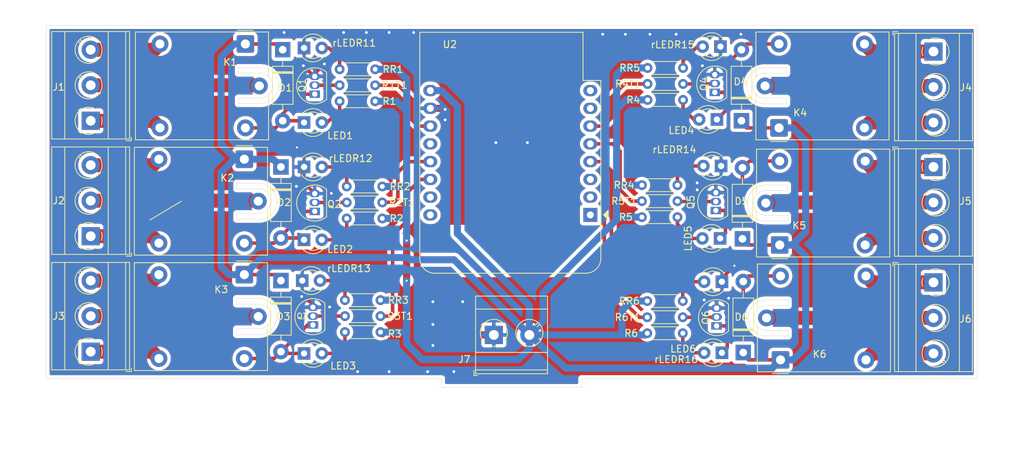
<source format=kicad_pcb>
(kicad_pcb (version 20240108) (generator "pcbnew") (generator_version "8.0")
  (layers (0 "F.Cu" signal) (31 "B.Cu" signal) (34 "B.Paste" user) (35 "F.Paste" user) (36 "B.SilkS" user "B.Silkscreen") (37 "F.SilkS" user "F.Silkscreen") (38 "B.Mask" user) (39 "F.Mask" user) (44 "Edge.Cuts" user))
  (net 0 "")
  (net 1 "+5V")
  (net 2 "Net-(D1-A)")
  (net 3 "Net-(D2-A)")
  (net 4 "Net-(D3-A)")
  (net 5 "Net-(D4-A)")
  (net 6 "Net-(D5-A)")
  (net 7 "Net-(D6-A)")
  (net 8 "Net-(J1-Pin_3)")
  (net 9 "Net-(J1-Pin_1)")
  (net 10 "Net-(J1-Pin_2)")
  (net 11 "Net-(J2-Pin_1)")
  (net 12 "Net-(J2-Pin_2)")
  (net 13 "Net-(J2-Pin_3)")
  (net 14 "Net-(J3-Pin_1)")
  (net 15 "Net-(J3-Pin_2)")
  (net 16 "Net-(J3-Pin_3)")
  (net 17 "Net-(J4-Pin_1)")
  (net 18 "Net-(J4-Pin_3)")
  (net 19 "Net-(J4-Pin_2)")
  (net 20 "Net-(J5-Pin_3)")
  (net 21 "Net-(J5-Pin_2)")
  (net 22 "Net-(J5-Pin_1)")
  (net 23 "Net-(J6-Pin_1)")
  (net 24 "Net-(J6-Pin_3)")
  (net 25 "Net-(J6-Pin_2)")
  (net 26 "Net-(Q1-B)")
  (net 27 "GND")
  (net 28 "Net-(Q2-B)")
  (net 29 "Net-(Q3-B)")
  (net 30 "Net-(Q4-B)")
  (net 31 "Net-(Q5-B)")
  (net 32 "Net-(Q6-B)")
  (net 33 "/Relay1")
  (net 34 "Net-(LED1-A)")
  (net 35 "Net-(LED2-A)")
  (net 36 "Net-(LED3-A)")
  (net 37 "Net-(LED4-A)")
  (net 38 "/Relay2")
  (net 39 "Net-(LED5-A)")
  (net 40 "Net-(LED6-A)")
  (net 41 "/Relay3")
  (net 42 "Net-(rLEDR11-A)")
  (net 43 "Net-(rLEDR12-A)")
  (net 44 "/Relay4")
  (net 45 "Net-(rLEDR13-A)")
  (net 46 "/Relay5")
  (net 47 "Net-(rLEDR15-A)")
  (net 48 "Net-(rLEDR16-A)")
  (net 49 "/Relay6")
  (net 58 "Net-(rLEDR14-A)")
  (footprint "LED_THT:LED_D3.0mm_Clear" (layer "F.Cu") (at 101.341 56.642)
    (property "Reference" "LED2")
    (property "Value" "LED")
  )
  (footprint "Package_TO_SOT_THT:TO-92L_Inline" (layer "F.Cu") (at 102.87 35.814 90)
    (property "Reference" "Q1")
    (property "Value" "BC337")
  )
  (footprint "Package_TO_SOT_THT:TO-92L_Inline" (layer "F.Cu") (at 160.02 35.56 90)
    (property "Reference" "Q4")
    (property "Value" "BC337")
  )
  (footprint "Relay_THT:Relay_SPDT_Finder_36.11" (layer "F.Cu") (at 92.814 45.1215 -90)
    (property "Reference" "K2")
    (property "Value" "Relay_SPDT")
  )
  (footprint "LED_THT:LED_D3.0mm_Clear" (layer "F.Cu") (at 161.036 72.802 180)
    (property "Reference" "LED6")
    (property "Value" "LED")
  )
  (footprint "Resistor_THT:R_Axial_DIN0204_L3.6mm_D1.6mm_P5.08mm_Horizontal" (layer "F.Cu") (at 107.442 49.022)
    (property "Reference" "RR2")
    (property "Value" "R")
  )
  (footprint "TerminalBlock_MetzConnect:TerminalBlock_MetzConnect_Type073_RT02603HBLU_1x03_P5.08mm_Horizontal" (layer "F.Cu") (at 191.262 29.718 -90)
    (property "Reference" "J4")
    (property "Value" "Screw_Terminal_01x03")
  )
  (footprint "Resistor_THT:R_Axial_DIN0204_L3.6mm_D1.6mm_P5.08mm_Horizontal" (layer "F.Cu") (at 149.606 51.116)
    (property "Reference" "R5T1")
    (property "Value" "R")
  )
  (footprint "Package_TO_SOT_THT:TO-92L_Inline" (layer "F.Cu") (at 160.274 68.956 90)
    (property "Reference" "Q6")
    (property "Value" "BC337")
  )
  (footprint "Diode_THT:D_DO-41_SOD81_P10.16mm_Horizontal" (layer "F.Cu") (at 98.044 46.228 -90)
    (property "Reference" "D2")
    (property "Value" "1N4007")
  )
  (footprint "Resistor_THT:R_Axial_DIN0204_L3.6mm_D1.6mm_P5.08mm_Horizontal" (layer "F.Cu") (at 154.686 48.83 180)
    (property "Reference" "RR4")
    (property "Value" "R")
  )
  (footprint "Relay_THT:Relay_SPDT_Finder_36.11" (layer "F.Cu") (at 169.298 57.388 90)
    (property "Reference" "K5")
    (property "Value" "Relay_SPDT")
  )
  (footprint "TerminalBlock_MetzConnect:TerminalBlock_MetzConnect_Type073_RT02603HBLU_1x03_P5.08mm_Horizontal" (layer "F.Cu") (at 70.8655 72.644 90)
    (property "Reference" "J3")
    (property "Value" "Screw_Terminal_01x03")
  )
  (footprint "Module:WEMOS_D1_mini_light" (layer "F.Cu") (at 142.24 53.086 180)
    (property "Reference" "U2")
    (property "Value" "WeMos_D1_mini")
  )
  (footprint "Diode_THT:D_DO-41_SOD81_P10.16mm_Horizontal" (layer "F.Cu") (at 164.084 72.766 90)
    (property "Reference" "D6")
    (property "Value" "1N4007")
  )
  (footprint "LED_THT:LED_D3.0mm_Clear" (layer "F.Cu") (at 160.787 56.45 180)
    (property "Reference" "LED5")
    (property "Value" "LED")
  )
  (footprint "Resistor_THT:R_Axial_DIN0204_L3.6mm_D1.6mm_P5.08mm_Horizontal" (layer "F.Cu") (at 111.506 34.544 180)
    (property "Reference" "R1T1")
    (property "Value" "R")
  )
  (footprint "LED_THT:LED_D3.0mm_Clear" (layer "F.Cu") (at 101.3455 72.893)
    (property "Reference" "LED3")
    (property "Value" "LED")
  )
  (footprint "Resistor_THT:R_Axial_DIN0204_L3.6mm_D1.6mm_P5.08mm_Horizontal" (layer "F.Cu") (at 112.2675 67.559 180)
    (property "Reference" "R3T1")
    (property "Value" "R")
  )
  (footprint "LED_THT:LED_D3.0mm_Clear" (layer "F.Cu") (at 101.0915 62.479)
    (property "Reference" "rLEDR13")
    (property "Value" "LED")
  )
  (footprint "TerminalBlock_MetzConnect:TerminalBlock_MetzConnect_Type073_RT02603HBLU_1x03_P5.08mm_Horizontal" (layer "F.Cu") (at 191.262 46.228 -90)
    (property "Reference" "J5")
    (property "Value" "Screw_Terminal_01x03")
  )
  (footprint "Resistor_THT:R_Axial_DIN0204_L3.6mm_D1.6mm_P5.08mm_Horizontal" (layer "F.Cu") (at 155.49 32.068 180)
    (property "Reference" "RR5")
    (property "Value" "R")
  )
  (footprint "Diode_THT:D_DO-41_SOD81_P10.16mm_Horizontal" (layer "F.Cu") (at 163.972 56.506 90)
    (property "Reference" "D5")
    (property "Value" "1N4007")
  )
  (footprint "LED_THT:LED_D3.0mm_Clear" (layer "F.Cu") (at 160.824 29.02 180)
    (property "Reference" "rLEDR15")
    (property "Value" "LED")
  )
  (footprint "LED_THT:LED_D3.0mm_Clear" (layer "F.Cu") (at 101.346 39.878)
    (property "Reference" "LED1")
    (property "Value" "LED")
  )
  (footprint "Resistor_THT:R_Axial_DIN0204_L3.6mm_D1.6mm_P5.08mm_Horizontal" (layer "F.Cu") (at 106.426 32.258)
    (property "Reference" "RR1")
    (property "Value" "R")
  )
  (footprint "TerminalBlock_MetzConnect:TerminalBlock_MetzConnect_Type073_RT02603HBLU_1x03_P5.08mm_Horizontal" (layer "F.Cu") (at 191.262 62.738 -90)
    (property "Reference" "J6")
    (property "Value" "Screw_Terminal_01x03")
  )
  (footprint "LED_THT:LED_D3.0mm_Clear" (layer "F.Cu") (at 101.346 46.228)
    (property "Reference" "rLEDR12")
    (property "Value" "LED")
  )
  (footprint "Relay_THT:Relay_SPDT_Finder_36.11" (layer "F.Cu") (at 92.964 28.64 -90)
    (property "Reference" "K1")
    (property "Value" "Relay_SPDT")
  )
  (footprint "TerminalBlock_MetzConnect:TerminalBlock_MetzConnect_Type073_RT02602HBLU_1x02_P5.08mm_Horizontal" (layer "F.Cu") (at 128.455 70.25)
    (property "Reference" "J7")
    (property "Value" "Screw_Terminal_01x02")
  )
  (footprint "Relay_THT:Relay_SPDT_Finder_36.11" (layer "F.Cu") (at 169.198 40.642 90)
    (property "Reference" "K4")
    (property "Value" "Relay_SPDT")
  )
  (footprint "Resistor_THT:R_Axial_DIN0204_L3.6mm_D1.6mm_P5.08mm_Horizontal" (layer "F.Cu") (at 155.49 36.64 180)
    (property "Reference" "R4")
    (property "Value" "R")
  )
  (footprint "Resistor_THT:R_Axial_DIN0204_L3.6mm_D1.6mm_P5.08mm_Horizontal" (layer "F.Cu") (at 106.426 36.83)
    (property "Reference" "R1")
    (property "Value" "R")
  )
  (footprint "Diode_THT:D_DO-41_SOD81_P10.16mm_Horizontal" (layer "F.Cu") (at 98.298 29.464 -90)
    (property "Reference" "D1")
    (property "Value" "1N4007")
  )
  (footprint "Package_TO_SOT_THT:TO-92L_Inline" (layer "F.Cu") (at 102.6155 68.829 90)
    (property "Reference" "Q3")
    (property "Value" "BC337")
  )
  (footprint "TerminalBlock_MetzConnect:TerminalBlock_MetzConnect_Type073_RT02603HBLU_1x03_P5.08mm_Horizontal" (layer "F.Cu") (at 70.866 39.629 90)
    (property "Reference" "J1")
    (property "Value" "Screw_Terminal_01x03")
  )
  (footprint "Diode_THT:D_DO-41_SOD81_P10.16mm_Horizontal" (layer "F.Cu") (at 163.83 39.624 90)
    (property "Reference" "D4")
    (property "Value" "1N4007")
  )
  (footprint "Resistor_THT:R_Axial_DIN0204_L3.6mm_D1.6mm_P5.08mm_Horizontal" (layer "F.Cu") (at 154.686 53.402 180)
    (property "Reference" "R5")
    (property "Value" "R")
  )
  (footprint "Relay_THT:Relay_SPDT_Finder_36.11" (layer "F.Cu") (at 92.8135 61.6265 -90)
    (property "Reference" "K3")
    (property "Value" "Relay_SPDT")
  )
  (footprint "Resistor_THT:R_Axial_DIN0204_L3.6mm_D1.6mm_P5.08mm_Horizontal" (layer "F.Cu") (at 155.448 70.008 180)
    (property "Reference" "R6")
    (property "Value" "R")
  )
  (footprint "LED_THT:LED_D3.0mm_Clear" (layer "F.Cu") (at 101.346 29.21)
    (property "Reference" "rLEDR11")
    (property "Value" "LED")
  )
  (footprint "Resistor_THT:R_Axial_DIN0204_L3.6mm_D1.6mm_P5.08mm_Horizontal" (layer "F.Cu") (at 107.1875 65.273)
    (property "Reference" "RR3")
    (property "Value" "R")
  )
  (footprint "LED_THT:LED_D3.0mm_Clear" (layer "F.Cu") (at 160.924 46.092 180)
    (property "Reference" "rLEDR14")
    (property "Value" "LED")
  )
  (footprint "Relay_THT:Relay_SPDT_Finder_36.11" (layer "F.Cu") (at 169.41 73.818 90)
    (property "Reference" "K6")
    (property "Value" "Relay_SPDT")
  )
  (footprint "Resistor_THT:R_Axial_DIN0204_L3.6mm_D1.6mm_P5.08mm_Horizontal" (layer "F.Cu") (at 150.368 67.722)
    (property "Reference" "R6T1")
    (property "Value" "R")
  )
  (footprint "LED_THT:LED_D3.0mm_Clear" (layer "F.Cu") (at 160.316 39.434 180)
    (property "Reference" "LED4")
    (property "Value" "LED")
  )
  (footprint "Package_TO_SOT_THT:TO-92L_Inline" (layer "F.Cu") (at 160.162 52.442 90)
    (property "Reference" "Q5")
    (property "Value" "BC337")
  )
  (footprint "Resistor_THT:R_Axial_DIN0204_L3.6mm_D1.6mm_P5.08mm_Horizontal" (layer "F.Cu") (at 107.1875 69.845)
    (property "Reference" "R3")
    (property "Value" "R")
  )
  (footprint "LED_THT:LED_D3.0mm_Clear" (layer "F.Cu") (at 161.036 62.642 180)
    (property "Reference" "rLEDR16")
    (property "Value" "LED")
  )
  (footprint "Resistor_THT:R_Axial_DIN0204_L3.6mm_D1.6mm_P5.08mm_Horizontal" (layer "F.Cu") (at 112.522 51.308 180)
    (property "Reference" "R2T1")
    (property "Value" "R")
  )
  (footprint "Resistor_THT:R_Axial_DIN0204_L3.6mm_D1.6mm_P5.08mm_Horizontal" (layer "F.Cu") (at 155.448 65.4 180)
    (property "Reference" "RR6")
    (property "Value" "R")
  )
  (footprint "Package_TO_SOT_THT:TO-92L_Inline" (layer "F.Cu") (at 102.87 52.578 90)
    (property "Reference" "Q2")
    (property "Value" "BC337")
  )
  (footprint "Resistor_THT:R_Axial_DIN0204_L3.6mm_D1.6mm_P5.08mm_Horizontal" (layer "F.Cu") (at 150.41 34.354)
    (property "Reference" "R4T1")
    (property "Value" "R")
  )
  (footprint "TerminalBlock_MetzConnect:TerminalBlock_MetzConnect_Type073_RT02603HBLU_1x03_P5.08mm_Horizontal" (layer "F.Cu") (at 70.866 56.134 90)
    (property "Reference" "J2")
    (property "Value" "Screw_Terminal_01x03")
  )
  (footprint "Resistor_THT:R_Axial_DIN0204_L3.6mm_D1.6mm_P5.08mm_Horizontal" (layer "F.Cu") (at 107.442 53.594)
    (property "Reference" "R2")
    (property "Value" "R")
  )
  (footprint "Diode_THT:D_DO-41_SOD81_P10.16mm_Horizontal" (layer "F.Cu") (at 98.0435 62.479 -90)
    (property "Reference" "D3")
    (property "Value" "1N4007")
  )
  (gr_line (start 94.869 53.720503) (end 91.7194 53.720503) (stroke (width 0.05)) (layer "Edge.Cuts"))
  (gr_line (start 91.693503 70.2056) (end 91.693503 69.3928) (stroke (width 0.05)) (layer "Edge.Cuts"))
  (gr_line (start 197.5 76.5) (end 141 76.5) (stroke (width 0.05)) (layer "Edge.Cuts"))
  (gr_line (start 170.434 49.6062) (end 167.2844 49.6062) (stroke (width 0.05)) (layer "Edge.Cuts"))
  (gr_line (start 141 76.5) (end 141 77.75) (stroke (width 0.05)) (layer "Edge.Cuts"))
  (gr_line (start 167.1574 37.211) (end 170.307 37.211) (stroke (width 0.05)) (layer "Edge.Cuts"))
  (gr_line (start 91.948 37.1856) (end 91.948 36.3728) (stroke (width 0.05)) (layer "Edge.Cuts"))
  (gr_arc (start 167.2844 53.1622) (mid 165.5064 51.3842) (end 167.2844 49.6062) (stroke (width 0.05)) (layer "Edge.Cuts"))
  (gr_arc (start 94.869 48.538406) (mid 97.460297 51.129703) (end 94.869 53.721) (stroke (width 0.05)) (layer "Edge.Cuts"))
  (gr_arc (start 94.843103 65.8368) (mid 96.621103 67.6148) (end 94.843103 69.3928) (stroke (width 0.05)) (layer "Edge.Cuts"))
  (gr_line (start 167.386 65.2272) (end 170.5356 65.2272) (stroke (width 0.05)) (layer "Edge.Cuts"))
  (gr_arc (start 95.0976 32.003503) (mid 97.688897 34.5948) (end 95.0976 37.186097) (stroke (width 0.05)) (layer "Edge.Cuts"))
  (gr_arc (start 167.1574 36.3982) (mid 165.3794 34.6202) (end 167.1574 32.8422) (stroke (width 0.05)) (layer "Edge.Cuts"))
  (gr_line (start 94.843103 70.2056) (end 91.693503 70.2056) (stroke (width 0.05)) (layer "Edge.Cuts"))
  (gr_line (start 167.386 70.4088) (end 170.5356 70.4088) (stroke (width 0.05)) (layer "Edge.Cuts"))
  (gr_line (start 197.5 26) (end 197.5 76.5) (stroke (width 0.05)) (layer "Edge.Cuts"))
  (gr_arc (start 95.0976 32.8168) (mid 96.8756 34.5948) (end 95.0976 36.3728) (stroke (width 0.05)) (layer "Edge.Cuts"))
  (gr_line (start 64.5 76.5) (end 64.5 26) (stroke (width 0.05)) (layer "Edge.Cuts"))
  (gr_line (start 91.693503 65.8368) (end 91.693503 65.024) (stroke (width 0.05)) (layer "Edge.Cuts"))
  (gr_line (start 170.434 53.1622) (end 167.2844 53.1622) (stroke (width 0.05)) (layer "Edge.Cuts"))
  (gr_line (start 95.0976 32.004) (end 91.948 32.004) (stroke (width 0.05)) (layer "Edge.Cuts"))
  (gr_line (start 91.693503 69.3928) (end 94.843103 69.3928) (stroke (width 0.05)) (layer "Edge.Cuts"))
  (gr_arc (start 167.386 69.596) (mid 165.608 67.818) (end 167.386 66.04) (stroke (width 0.05)) (layer "Edge.Cuts"))
  (gr_line (start 167.1574 32.0294) (end 170.307 32.0294) (stroke (width 0.05)) (layer "Edge.Cuts"))
  (gr_line (start 141 77.75) (end 121 77.75) (stroke (width 0.05)) (layer "Edge.Cuts"))
  (gr_line (start 94.869 48.538903) (end 91.7194 48.538903) (stroke (width 0.05)) (layer "Edge.Cuts"))
  (gr_line (start 121 76.5) (end 64.5 76.5) (stroke (width 0.05)) (layer "Edge.Cuts"))
  (gr_line (start 91.693503 65.8368) (end 94.843103 65.8368) (stroke (width 0.05)) (layer "Edge.Cuts"))
  (gr_line (start 91.7194 52.907703) (end 94.869 52.907703) (stroke (width 0.05)) (layer "Edge.Cuts"))
  (gr_line (start 91.948 32.8168) (end 91.948 32.004) (stroke (width 0.05)) (layer "Edge.Cuts"))
  (gr_line (start 170.5356 69.596) (end 167.386 69.596) (stroke (width 0.05)) (layer "Edge.Cuts"))
  (gr_line (start 94.843103 65.024) (end 91.693503 65.024) (stroke (width 0.05)) (layer "Edge.Cuts"))
  (gr_arc (start 167.1574 37.211497) (mid 164.566103 34.6202) (end 167.1574 32.028903) (stroke (width 0.05)) (layer "Edge.Cuts"))
  (gr_line (start 95.0976 37.1856) (end 91.948 37.1856) (stroke (width 0.05)) (layer "Edge.Cuts"))
  (gr_line (start 121 77.75) (end 121 76.5) (stroke (width 0.05)) (layer "Edge.Cuts"))
  (gr_line (start 170.5356 66.04) (end 167.386 66.04) (stroke (width 0.05)) (layer "Edge.Cuts"))
  (gr_line (start 170.5356 69.596) (end 170.5356 70.4088) (stroke (width 0.05)) (layer "Edge.Cuts"))
  (gr_line (start 167.2844 48.7934) (end 170.434 48.7934) (stroke (width 0.05)) (layer "Edge.Cuts"))
  (gr_arc (start 167.386 70.409297) (mid 164.794703 67.818) (end 167.386 65.226703) (stroke (width 0.05)) (layer "Edge.Cuts"))
  (gr_line (start 64.5 26) (end 197.5 26) (stroke (width 0.05)) (layer "Edge.Cuts"))
  (gr_line (start 170.434 53.1622) (end 170.434 53.975) (stroke (width 0.05)) (layer "Edge.Cuts"))
  (gr_line (start 170.307 36.3982) (end 167.1574 36.3982) (stroke (width 0.05)) (layer "Edge.Cuts"))
  (gr_arc (start 167.2844 53.975497) (mid 164.693103 51.3842) (end 167.2844 48.792903) (stroke (width 0.05)) (layer "Edge.Cuts"))
  (gr_line (start 170.307 36.3982) (end 170.307 37.211) (stroke (width 0.05)) (layer "Edge.Cuts"))
  (gr_line (start 170.5356 65.2272) (end 170.5356 66.04) (stroke (width 0.05)) (layer "Edge.Cuts"))
  (gr_line (start 91.948 32.8168) (end 95.0976 32.8168) (stroke (width 0.05)) (layer "Edge.Cuts"))
  (gr_line (start 91.7194 53.720503) (end 91.7194 52.907703) (stroke (width 0.05)) (layer "Edge.Cuts"))
  (gr_line (start 170.434 48.7934) (end 170.434 49.6062) (stroke (width 0.05)) (layer "Edge.Cuts"))
  (gr_line (start 91.7194 49.351703) (end 94.869 49.351703) (stroke (width 0.05)) (layer "Edge.Cuts"))
  (gr_line (start 91.7194 49.351703) (end 91.7194 48.538903) (stroke (width 0.05)) (layer "Edge.Cuts"))
  (gr_arc (start 94.869 49.351703) (mid 96.647 51.129703) (end 94.869 52.907703) (stroke (width 0.05)) (layer "Edge.Cuts"))
  (gr_line (start 167.2844 53.975) (end 170.434 53.975) (stroke (width 0.05)) (layer "Edge.Cuts"))
  (gr_line (start 91.948 36.3728) (end 95.0976 36.3728) (stroke (width 0.05)) (layer "Edge.Cuts"))
  (gr_line (start 170.307 32.8422) (end 167.1574 32.8422) (stroke (width 0.05)) (layer "Edge.Cuts"))
  (gr_line (start 170.307 32.0294) (end 170.307 32.8422) (stroke (width 0.05)) (layer "Edge.Cuts"))
  (gr_arc (start 94.843103 65.023503) (mid 97.4344 67.6148) (end 94.843103 70.206097) (stroke (width 0.05)) (layer "Edge.Cuts"))
  (segment (start 163.83 39.9) (end 164.572 40.642) (width 0.5) (layer "F.Cu") (net 1))
  (segment (start 92.964 28.64) (end 97.474 28.64) (width 0.5) (layer "F.Cu") (net 1))
  (segment (start 97.191 61.6265) (end 98.0435 62.479) (width 0.5) (layer "F.Cu") (net 1))
  (segment (start 163.972 56.506) (end 163.972 56.592) (width 0.5) (layer "F.Cu") (net 1))
  (segment (start 163.972 56.592) (end 164.768 57.388) (width 0.5) (layer "F.Cu") (net 1))
  (segment (start 164.768 57.388) (end 169.298 57.388) (width 0.5) (layer "F.Cu") (net 1))
  (segment (start 97.474 28.64) (end 98.298 29.464) (width 0.5) (layer "F.Cu") (net 1))
  (segment (start 164.084 73.056) (end 164.846 73.818) (width 0.5) (layer "F.Cu") (net 1))
  (segment (start 163.83 39.624) (end 163.83 39.9) (width 0.5) (layer "F.Cu") (net 1))
  (segment (start 164.084 72.766) (end 164.084 73.056) (width 0.5) (layer "F.Cu") (net 1))
  (segment (start 164.846 73.818) (end 169.41 73.818) (width 0.5) (layer "F.Cu") (net 1))
  (segment (start 112.5215 70.099) (end 112.2675 69.845) (width 1) (layer "F.Cu") (net 1))
  (segment (start 164.572 40.642) (end 169.198 40.642) (width 0.5) (layer "F.Cu") (net 1))
  (segment (start 92.8135 61.6265) (end 97.191 61.6265) (width 0.5) (layer "F.Cu") (net 1))
  (segment (start 116 62.5) (end 116 56.75) (width 1.016) (layer "F.Cu") (net 1))
  (via (at 116 56.75) (size 0.6) (drill 0.3) (layers "F.Cu" "B.Cu") (net 1))
  (via (at 116 62.5) (size 0.6) (drill 0.3) (layers "F.Cu" "B.Cu") (net 1))
  (segment (start 173 59) (end 171.388 57.388) (width 1.016) (layer "B.Cu") (net 1))
  (segment (start 173 55.5) (end 173 42.5) (width 1.016) (layer "B.Cu") (net 1))
  (segment (start 146 53.75) (end 146 49) (width 1.016) (layer "B.Cu") (net 1))
  (segment (start 92.8135 61.6265) (end 90.6265 61.6265) (width 1.016) (layer "B.Cu") (net 1))
  (segment (start 118.25 73.75) (end 132 73.75) (width 1.016) (layer "B.Cu") (net 1))
  (segment (start 146 38) (end 146 33) (width 1.016) (layer "B.Cu") (net 1))
  (segment (start 116 69.75) (end 116 71.5) (width 1.016) (layer "B.Cu") (net 1))
  (segment (start 133.535 70.25) (end 146.75 70.25) (width 1.016) (layer "B.Cu") (net 1))
  (segment (start 116 65.25) (end 116 62.5) (width 1.016) (layer "B.Cu") (net 1))
  (segment (start 115.977 65.273) (end 116 65.25) (width 1.016) (layer "B.Cu") (net 1))
  (segment (start 114.58 36.83) (end 111.506 36.83) (width 1.016) (layer "B.Cu") (net 1))
  (segment (start 114.5 32.25) (end 113.5 32.25) (width 1.016) (layer "B.Cu") (net 1))
  (segment (start 116 53.75) (end 116 49.25) (width 1.016) (layer "B.Cu") (net 1))
  (segment (start 147.36 36.64) (end 150.41 36.64) (width 1.016) (layer "B.Cu") (net 1))
  (segment (start 122.785 59.5) (end 116.5 59.5) (width 1.016) (layer "B.Cu") (net 1))
  (segment (start 133.535 70.25) (end 133.785 70.5) (width 1.016) (layer "B.Cu") (net 1))
  (segment (start 89.5 43) (end 89.5 30.5) (width 1.016) (layer "B.Cu") (net 1))
  (segment (start 132 73.75) (end 133.535 72.215) (width 1.016) (layer "B.Cu") (net 1))
  (segment (start 92.814 45.1215) (end 96.9375 45.1215) (width 1.016) (layer "B.Cu") (net 1))
  (segment (start 169.41 73.818) (end 171.182 73.818) (width 1.016) (layer "B.Cu") (net 1))
  (segment (start 112.2675 69.845) (end 115.905 69.845) (width 1.016) (layer "B.Cu") (net 1))
  (segment (start 173 42.5) (end 171.142 40.642) (width 1.016) (layer "B.Cu") (net 1))
  (segment (start 89.5 60.5) (end 89.5 47) (width 1.016) (layer "B.Cu") (net 1))
  (segment (start 135.5 64.25) (end 135.5 68.285) (width 1.016) (layer "B.Cu") (net 1))
  (segment (start 146.75 70.25) (end 146.75 66.75) (width 1.016) (layer "B.Cu") (net 1))
  (segment (start 95.255 59.185) (end 92.8135 61.6265) (width 1.016) (layer "B.Cu") (net 1))
  (segment (start 91.3785 45.1215) (end 92.814 45.1215) (width 1.016) (layer "B.Cu") (net 1))
  (segment (start 173 72) (end 173 59) (width 1.016) (layer "B.Cu") (net 1))
  (segment (start 146.932 32.068) (end 150.41 32.068) (width 1.016) (layer "B.Cu") (net 1))
  (segment (start 171.142 40.642) (end 169.198 40.642) (width 1.016) (layer "B.Cu") (net 1))
  (segment (start 116 38.25) (end 114.58 36.83) (width 1.016) (layer "B.Cu") (net 1))
  (segment (start 116 69.75) (end 116 65.25) (width 1.016) (layer "B.Cu") (net 1))
  (segment (start 112.2675 65.273) (end 115.977 65.273) (width 1.016) (layer "B.Cu") (net 1))
  (segment (start 133.785 70.5) (end 138.75 75) (width 1.016) (layer "B.Cu") (net 1))
  (segment (start 146 49) (end 146.17 48.83) (width 1.016) (layer "B.Cu") (net 1))
  (segment (start 89.5 30.5) (end 91.36 28.64) (width 1.016) (layer "B.Cu") (net 1))
  (segment (start 146.17 48.83) (end 149.606 48.83) (width 1.016) (layer "B.Cu") (net 1))
  (segment (start 120.996 35.306) (end 119.38 35.306) (width 1.016) (layer "B.Cu") (net 1))
  (segment (start 146 38) (end 147.36 36.64) (width 1.016) (layer "B.Cu") (net 1))
  (segment (start 146 49) (end 146 38) (width 1.016) (layer "B.Cu") (net 1))
  (segment (start 146 53.75) (end 146.348 53.402) (width 1.016) (layer "B.Cu") (net 1))
  (segment (start 113.492 32.258) (end 111.506 32.258) (width 1.016) (layer "B.Cu") (net 1))
  (segment (start 133.535 72.215) (end 133.535 70.25) (width 1.016) (layer "B.Cu") (net 1))
  (segment (start 133.25 70.535) (end 133.535 70.25) (width 1.016) (layer "B.Cu") (net 1))
  (segment (start 116 71.5) (end 118.25 73.75) (width 1.016) (layer "B.Cu") (net 1))
  (segment (start 91.6215 45.1215) (end 89.5 43) (width 1.016) (layer "B.Cu") (net 1))
  (segment (start 150.126 70.25) (end 150.368 70.008) (width 1.016) (layer "B.Cu") (net 1))
  (segment (start 168.228 75) (end 169.41 73.818) (width 1.016) (layer "B.Cu") (net 1))
  (segment (start 133.535 70.25) (end 133.535 66.035) (width 1.016) (layer "B.Cu") (net 1))
  (segment (start 116.185 59.185) (end 95.255 59.185) (width 1.016) (layer "B.Cu") (net 1))
  (segment (start 146 53.75) (end 135.5 64.25) (width 1.016) (layer "B.Cu") (net 1))
  (segment (start 138.75 75) (end 168.228 75) (width 1.016) (layer "B.Cu") (net 1))
  (segment (start 171.182 73.818) (end 173 72) (width 1.016) (layer "B.Cu") (net 1))
  (segment (start 90.6265 61.6265) (end 89.5 60.5) (width 1.016) (layer "B.Cu") (net 1))
  (segment (start 146.348 53.402) (end 149.606 53.402) (width 1.016) (layer "B.Cu") (net 1))
  (segment (start 146 33) (end 146.932 32.068) (width 1.016) (layer "B.Cu") (net 1))
  (segment (start 115.772 49.022) (end 112.522 49.022) (width 1.016) (layer "B.Cu") (net 1))
  (segment (start 91.36 28.64) (end 92.964 28.64) (width 1.016) (layer "B.Cu") (net 1))
  (segment (start 92.814 45.1215) (end 91.6215 45.1215) (width 1.016) (layer "B.Cu") (net 1))
  (segment (start 171.388 57.388) (end 169.298 57.388) (width 1.016) (layer "B.Cu") (net 1))
  (segment (start 171.112 57.388) (end 173 55.5) (width 1.016) (layer "B.Cu") (net 1))
  (segment (start 116 43.582) (end 116 38.25) (width 1.016) (layer "B.Cu") (net 1))
  (segment (start 116 56.75) (end 116 53.75) (width 1.016) (layer "B.Cu") (net 1))
  (segment (start 148.1 65.4) (end 150.368 65.4) (width 1.016) (layer "B.Cu") (net 1))
  (segment (start 116 53.75) (end 115.844 53.594) (width 1.016) (layer "B.Cu") (net 1))
  (segment (start 113.5 32.25) (end 113.492 32.258) (width 1.016) (layer "B.Cu") (net 1))
  (segment (start 146.75 70.25) (end 150.126 70.25) (width 1.016) (layer "B.Cu") (net 1))
  (segment (start 133.535 66.035) (end 123.25 55.75) (width 1.016) (layer "B.Cu") (net 1))
  (segment (start 116 49.25) (end 116 43.75) (width 1.016) (layer "B.Cu") (net 1))
  (segment (start 116 38.25) (end 116 33.582) (width 1.016) (layer "B.Cu") (net 1))
  (segment (start 115.844 53.594) (end 112.522 53.594) (width 1.016) (layer "B.Cu") (net 1))
  (segment (start 135.5 68.285) (end 133.535 70.25) (width 1.016) (layer "B.Cu") (net 1))
  (segment (start 116 49.25) (end 115.772 49.022) (width 1.016) (layer "B.Cu") (net 1))
  (segment (start 169.298 57.388) (end 171.112 57.388) (width 1.016) (layer "B.Cu") (net 1))
  (segment (start 123.25 37.56) (end 120.996 35.306) (width 1.016) (layer "B.Cu") (net 1))
  (segment (start 133.535 70.25) (end 122.785 59.5) (width 1.016) (layer "B.Cu") (net 1))
  (segment (start 115.905 69.845) (end 116 69.75) (width 1.016) (layer "B.Cu") (net 1))
  (segment (start 146.75 66.75) (end 148.1 65.4) (width 1.016) (layer "B.Cu") (net 1))
  (segment (start 89.5 47) (end 91.3785 45.1215) (width 1.016) (layer "B.Cu") (net 1))
  (segment (start 116 33.582) (end 114.5 32.25) (width 1.016) (layer "B.Cu") (net 1))
  (segment (start 96.9375 45.1215) (end 98.044 46.228) (width 1.016) (layer "B.Cu") (net 1))
  (segment (start 123.25 55.75) (end 123.25 37.56) (width 1.016) (layer "B.Cu") (net 1))
  (segment (start 116.5 59.5) (end 116.185 59.185) (width 1.016) (layer "B.Cu") (net 1))
  (segment (start 98.298 39.624) (end 101.092 39.624) (width 0.5) (layer "F.Cu") (net 2))
  (segment (start 98.298 38.608) (end 98.298 39.624) (width 0.5) (layer "F.Cu") (net 2))
  (segment (start 97.282 40.64) (end 98.298 39.624) (width 0.5) (layer "F.Cu") (net 2))
  (segment (start 102.87 35.814) (end 101.092 35.814) (width 0.5) (layer "F.Cu") (net 2))
  (segment (start 92.964 40.64) (end 97.282 40.64) (width 0.5) (layer "F.Cu") (net 2))
  (segment (start 101.092 35.814) (end 98.298 38.608) (width 0.5) (layer "F.Cu") (net 2))
  (segment (start 101.092 39.624) (end 101.346 39.878) (width 0.5) (layer "F.Cu") (net 2))
  (segment (start 97.0565 57.1215) (end 97.79 56.388) (width 0.5) (layer "F.Cu") (net 3))
  (segment (start 97.79 56.388) (end 101.6 52.578) (width 0.5) (layer "F.Cu") (net 3))
  (segment (start 101.6 52.578) (end 102.87 52.578) (width 0.5) (layer "F.Cu") (net 3))
  (segment (start 101.087 56.388) (end 101.341 56.642) (width 0.5) (layer "F.Cu") (net 3))
  (segment (start 100.579 55.88) (end 101.341 56.642) (width 0.5) (layer "F.Cu") (net 3))
  (segment (start 92.814 57.1215) (end 97.0565 57.1215) (width 0.5) (layer "F.Cu") (net 3))
  (segment (start 97.79 56.388) (end 101.087 56.388) (width 0.5) (layer "F.Cu") (net 3))
  (segment (start 98.0435 72.639) (end 101.8535 68.829) (width 0.5) (layer "F.Cu") (net 4))
  (segment (start 92.8135 73.6265) (end 97.056 73.6265) (width 0.5) (layer "F.Cu") (net 4))
  (segment (start 98.2975 72.893) (end 98.0435 72.639) (width 0.5) (layer "F.Cu") (net 4))
  (segment (start 101.3455 72.893) (end 98.2975 72.893) (width 0.5) (layer "F.Cu") (net 4))
  (segment (start 101.8535 68.829) (end 102.6155 68.829) (width 0.5) (layer "F.Cu") (net 4))
  (segment (start 97.056 73.6265) (end 98.0435 72.639) (width 0.5) (layer "F.Cu") (net 4))
  (segment (start 161.27 35.56) (end 160.02 35.56) (width 0.5) (layer "F.Cu") (net 5))
  (segment (start 164.504 28.642) (end 169.198 28.642) (width 0.5) (layer "F.Cu") (net 5))
  (segment (start 163.83 29.464) (end 162.094 31.2) (width 0.5) (layer "F.Cu") (net 5))
  (segment (start 163.83 29.316) (end 164.504 28.642) (width 0.5) (layer "F.Cu") (net 5))
  (segment (start 162.094 31.2) (end 162.094 34.736) (width 0.5) (layer "F.Cu") (net 5))
  (segment (start 163.83 29.464) (end 163.83 29.316) (width 0.5) (layer "F.Cu") (net 5))
  (segment (start 162.094 34.736) (end 161.27 35.56) (width 0.5) (layer "F.Cu") (net 5))
  (segment (start 161.27 35.56) (end 161.586 35.876) (width 0.5) (layer "F.Cu") (net 5))
  (segment (start 161.586 38.164) (end 160.316 39.434) (width 0.5) (layer "F.Cu") (net 5))
  (segment (start 161.586 35.876) (end 161.586 38.164) (width 0.5) (layer "F.Cu") (net 5))
  (segment (start 161.544 55.693) (end 160.787 56.45) (width 0.5) (layer "F.Cu") (net 6))
  (segment (start 164.028 46.346) (end 164.986 45.388) (width 0.5) (layer "F.Cu") (net 6))
  (segment (start 163.972 46.346) (end 164.028 46.346) (width 0.5) (layer "F.Cu") (net 6))
  (segment (start 163.972 49.882) (end 163.972 46.346) (width 0.5) (layer "F.Cu") (net 6))
  (segment (start 164.986 45.388) (end 169.298 45.388) (width 0.5) (layer "F.Cu") (net 6))
  (segment (start 161.544 52.442) (end 163.972 49.882) (width 0.5) (layer "F.Cu") (net 6))
  (segment (start 161.544 52.442) (end 161.544 55.693) (width 0.5) (layer "F.Cu") (net 6))
  (segment (start 161.544 52.442) (end 160.162 52.442) (width 0.5) (layer "F.Cu") (net 6))
  (segment (start 164.084 66.396) (end 161.524 68.956) (width 0.5) (layer "F.Cu") (net 7))
  (segment (start 161.524 68.956) (end 161.798 69.23) (width 0.5) (layer "F.Cu") (net 7))
  (segment (start 161.798 72.04) (end 161.036 72.802) (width 0.5) (layer "F.Cu") (net 7))
  (segment (start 169.41 61.818) (end 164.872 61.818) (width 0.5) (layer "F.Cu") (net 7))
  (segment (start 161.524 68.956) (end 160.274 68.956) (width 0.5) (layer "F.Cu") (net 7))
  (segment (start 164.084 62.606) (end 164.084 66.396) (width 0.5) (layer "F.Cu") (net 7))
  (segment (start 164.872 61.818) (end 164.084 62.606) (width 0.5) (layer "F.Cu") (net 7))
  (segment (start 161.798 69.23) (end 161.798 72.04) (width 0.5) (layer "F.Cu") (net 7))
  (segment (start 70.866 29.469) (end 79.935 29.469) (width 2) (layer "F.Cu") (net 8))
  (segment (start 79.935 29.469) (end 80.764 28.64) (width 2) (layer "F.Cu") (net 8))
  (segment (start 70.866 39.629) (end 79.753 39.629) (width 2) (layer "F.Cu") (net 9))
  (segment (start 79.753 39.629) (end 80.764 40.64) (width 2) (layer "F.Cu") (net 9))
  (segment (start 70.866 34.549) (end 94.873 34.549) (width 2) (layer "F.Cu") (net 10))
  (segment (start 94.873 34.549) (end 94.964 34.64) (width 2) (layer "F.Cu") (net 10))
  (segment (start 79.6265 56.134) (end 80.614 57.1215) (width 2) (layer "F.Cu") (net 11))
  (segment (start 70.866 56.134) (end 79.6265 56.134) (width 2) (layer "F.Cu") (net 11))
  (segment (start 70.866 51.054) (end 94.7465 51.054) (width 2) (layer "F.Cu") (net 12))
  (segment (start 94.7465 51.054) (end 94.814 51.1215) (width 2) (layer "F.Cu") (net 12))
  (segment (start 79.7615 45.974) (end 80.614 45.1215) (width 2) (layer "F.Cu") (net 13))
  (segment (start 70.866 45.974) (end 79.7615 45.974) (width 2) (layer "F.Cu") (net 13))
  (segment (start 79.631 72.644) (end 80.6135 73.6265) (width 2) (layer "F.Cu") (net 14))
  (segment (start 70.8655 72.644) (end 79.631 72.644) (width 2) (layer "F.Cu") (net 14))
  (segment (start 70.8655 67.564) (end 94.751 67.564) (width 2) (layer "F.Cu") (net 15))
  (segment (start 94.751 67.564) (end 94.8135 67.6265) (width 2) (layer "F.Cu") (net 15))
  (segment (start 70.8655 62.484) (end 79.756 62.484) (width 2) (layer "F.Cu") (net 16))
  (segment (start 79.756 62.484) (end 80.6135 61.6265) (width 2) (layer "F.Cu") (net 16))
  (segment (start 191.262 29.718) (end 182.474 29.718) (width 2) (layer "F.Cu") (net 17))
  (segment (start 182.474 29.718) (end 181.398 28.642) (width 2) (layer "F.Cu") (net 17))
  (segment (start 182.162 39.878) (end 181.398 40.642) (width 2) (layer "F.Cu") (net 18))
  (segment (start 191.262 39.878) (end 182.162 39.878) (width 2) (layer "F.Cu") (net 18))
  (segment (start 167.198 34.642) (end 191.106 34.642) (width 2) (layer "F.Cu") (net 19))
  (segment (start 191.106 34.642) (end 191.262 34.798) (width 2) (layer "F.Cu") (net 19))
  (segment (start 182.498 56.388) (end 181.498 57.388) (width 2) (layer "F.Cu") (net 20))
  (segment (start 191.262 56.388) (end 182.498 56.388) (width 2) (layer "F.Cu") (net 20))
  (segment (start 191.262 51.308) (end 167.378 51.308) (width 2) (layer "F.Cu") (net 21))
  (segment (start 167.378 51.308) (end 167.298 51.388) (width 2) (layer "F.Cu") (net 21))
  (segment (start 182.338 46.228) (end 181.498 45.388) (width 2) (layer "F.Cu") (net 22))
  (segment (start 191.262 46.228) (end 182.338 46.228) (width 2) (layer "F.Cu") (net 22))
  (segment (start 182.53 62.738) (end 181.61 61.818) (width 2) (layer "F.Cu") (net 23))
  (segment (start 191.262 62.738) (end 182.53 62.738) (width 2) (layer "F.Cu") (net 23))
  (segment (start 191.262 72.898) (end 182.53 72.898) (width 2) (layer "F.Cu") (net 24))
  (segment (start 182.53 72.898) (end 181.61 73.818) (width 2) (layer "F.Cu") (net 24))
  (segment (start 191.262 67.818) (end 167.41 67.818) (width 2) (layer "F.Cu") (net 25))
  (segment (start 102.87 34.544) (end 106.426 34.544) (width 0.5) (layer "F.Cu") (net 26))
  (segment (start 102.87 33.274) (end 101.346 32.004) (width 0.5) (layer "F.Cu") (net 27))
  (segment (start 160.02 31.856) (end 160.5 31.25) (width 0.5) (layer "F.Cu") (net 27))
  (segment (start 161.036 64.166) (end 161.036 62.642) (width 0.5) (layer "F.Cu") (net 27))
  (segment (start 160.5 31.25) (end 160.824 30.798) (width 0.5) (layer "F.Cu") (net 27))
  (segment (start 101 64.75) (end 101.0915 62.479) (width 0.5) (layer "F.Cu") (net 27))
  (segment (start 160.274 66.416) (end 160.274 65.25) (width 0.5) (layer "F.Cu") (net 27))
  (segment (start 160.5 65) (end 161.036 64.166) (width 0.5) (layer "F.Cu") (net 27))
  (segment (start 160.02 33.02) (end 160.02 31.856) (width 0.5) (layer "F.Cu") (net 27))
  (segment (start 160.425 48.425) (end 160.162 48.688) (width 0.5) (layer "F.Cu") (net 27))
  (segment (start 119.38 37.846) (end 121.346 37.846) (width 1.016) (layer "F.Cu") (net 27))
  (segment (start 101.0915 62.479) (end 101.0915 61.717) (width 0.5) (layer "F.Cu") (net 27))
  (segment (start 161.29 61.88) (end 162.814 60.356) (width 0.5) (layer "F.Cu") (net 27))
  (segment (start 101.092 46.482) (end 101.346 46.228) (width 0.5) (layer "F.Cu") (net 27))
  (segment (start 101.25 31.75) (end 101.346 31.654) (width 0.5) (layer "F.Cu") (net 27))
  (segment (start 102.87 50.038) (end 101.092 48.26) (width 0.5) (layer "F.Cu") (net 27))
  (segment (start 128.455 70.25) (end 124.5 70.25) (width 1.016) (layer "F.Cu") (net 27))
  (segment (start 160.274 65.25) (end 160.5 65) (width 0.5) (layer "F.Cu") (net 27))
  (segment (start 101.346 31.654) (end 101.346 29.21) (width 0.5) (layer "F.Cu") (net 27))
  (segment (start 101.346 46.228) (end 101.346 44.45) (width 0.5) (layer "F.Cu") (net 27))
  (segment (start 160.162 48.688) (end 160.162 49.902) (width 0.5) (layer "F.Cu") (net 27))
  (segment (start 160.924 47.926) (end 160.924 46.092) (width 0.5) (layer "F.Cu") (net 27))
  (segment (start 101.346 32.004) (end 101.346 31.846) (width 0.5) (layer "F.Cu") (net 27))
  (segment (start 102.87 32.88) (end 102.87 33.274) (width 0.5) (layer "F.Cu") (net 27))
  (segment (start 160.924 46.092) (end 160.98 46.092) (width 0.5) (layer "F.Cu") (net 27))
  (segment (start 161.036 62.642) (end 161.29 62.388) (width 0.5) (layer "F.Cu") (net 27))
  (segment (start 102.6155 65.781) (end 102.6155 66.289) (width 0.5) (layer "F.Cu") (net 27))
  (segment (start 101.346 44.45) (end 100.33 43.434) (width 0.5) (layer "F.Cu") (net 27))
  (segment (start 121.346 37.846) (end 121.5 38) (width 1.016) (layer "F.Cu") (net 27))
  (segment (start 101.092 48.26) (end 101.092 46.482) (width 0.5) (layer "F.Cu") (net 27))
  (segment (start 160.824 30.798) (end 160.824 29.02) (width 0.5) (layer "F.Cu") (net 27))
  (segment (start 124.5 70.25) (end 119.75 65.5) (width 1.016) (layer "F.Cu") (net 27))
  (segment (start 101 64.75) (end 102.6155 65.781) (width 0.5) (layer "F.Cu") (net 27))
  (segment (start 161.29 62.388) (end 161.29 61.88) (width 0.5) (layer "F.Cu") (net 27))
  (segment (start 160.425 48.425) (end 160.924 47.926) (width 0.5) (layer "F.Cu") (net 27))
  (segment (start 104.25 31.5) (end 102.87 32.88) (width 0.5) (layer "F.Cu") (net 27))
  (segment (start 101.346 31.846) (end 101.25 31.75) (width 0.5) (layer "F.Cu") (net 27))
  (via (at 128.75 42.75) (size 0.8) (drill 0.4) (layers "F.Cu" "B.Cu") (net 27))
  (via (at 163.75 27.25) (size 0.8) (drill 0.4) (layers "F.Cu" "B.Cu") (net 27))
  (via (at 121.5 38) (size 0.8) (drill 0.4) (layers "F.Cu" "B.Cu") (net 27))
  (via (at 110.25 27) (size 0.8) (drill 0.4) (layers "F.Cu" "B.Cu") (net 27))
  (via (at 158.25 31.75) (size 0.8) (drill 0.4) (layers "F.Cu" "B.Cu") (net 27))
  (via (at 105.25 50) (size 0.8) (drill 0.4) (layers "F.Cu" "B.Cu") (net 27))
  (via (at 157.5 48.5) (size 0.8) (drill 0.4) (layers "F.Cu" "B.Cu") (net 27))
  (via (at 104.25 31.5) (size 0.8) (drill 0.4) (layers "F.Cu" "B.Cu") (net 27))
  (via (at 119.75 68.75) (size 0.8) (drill 0.4) (layers "F.Cu" "B.Cu") (net 27))
  (via (at 113.5 75.5) (size 0.8) (drill 0.4) (layers "F.Cu" "B.Cu") (net 27))
  (via (at 101 64.75) (size 0.8) (drill 0.4) (layers "F.Cu" "B.Cu") (net 27))
  (via (at 100.25 49) (size 0.8) (drill 0.4) (layers "F.Cu" "B.Cu") (net 27))
  (via (at 107 27) (size 0.8) (drill 0.4) (layers "F.Cu" "B.Cu") (net 27))
  (via (at 162 65) (size 0.8) (drill 0.4) (layers "F.Cu" "B.Cu") (net 27))
  (via (at 105 66.25) (size 0.8) (drill 0.4) (layers "F.Cu" "B.Cu") (net 27))
  (via (at 101.25 31.75) (size 0.8) (drill 0.4) (layers "F.Cu" "B.Cu") (net 27))
  (via (at 98.5 27) (size 0.8) (drill 0.4) (layers "F.Cu" "B.Cu") (net 27))
  (via (at 119.75 71.75) (size 0.8) (drill 0.4) (layers "F.Cu" "B.Cu") (net 27))
  (via (at 121.5 39.5) (size 0.8) (drill 0.4) (layers "F.Cu" "B.Cu") (net 27))
  (via (at 158.5 65.25) (size 0.8) (drill 0.4) (layers "F.Cu" "B.Cu") (net 27))
  (via (at 124 65.5) (size 0.8) (drill 0.4) (layers "F.Cu" "B.Cu") (net 27))
  (via (at 147.25 27.25) (size 0.8) (drill 0.4) (layers "F.Cu" "B.Cu") (net 27))
  (via (at 113.5 27) (size 0.8) (drill 0.4) (layers "F.Cu" "B.Cu") (net 27))
  (via (at 144 27.25) (size 0.8) (drill 0.4) (layers "F.Cu" "B.Cu") (net 27))
  (via (at 109 75.5) (size 0.8) (drill 0.4) (layers "F.Cu" "B.Cu") (net 27))
  (via (at 100.33 43.434) (size 0.6) (drill 0.3) (layers "F.Cu" "B.Cu") (net 27))
  (via (at 117 27) (size 0.8) (drill 0.4) (layers "F.Cu" "B.Cu") (net 27))
  (via (at 162.814 60.356) (size 0.6) (drill 0.3) (layers "F.Cu" "B.Cu") (net 27))
  (via (at 133.25 42.75) (size 0.8) (drill 0.4) (layers "F.Cu" "B.Cu") (net 27))
  (via (at 119.75 65.5) (size 0.8) (drill 0.4) (layers "F.Cu" "B.Cu") (net 27))
  (via (at 154.5 27.25) (size 0.8) (drill 0.4) (layers "F.Cu" "B.Cu") (net 27))
  (via (at 150.75 27.25) (size 0.8) (drill 0.4) (layers "F.Cu" "B.Cu") (net 27))
  (via (at 157.5 49.5) (size 0.8) (drill 0.4) (layers "F.Cu" "B.Cu") (net 27))
  (via (at 122.75 75.5) (size 0.8) (drill 0.4) (layers "F.Cu" "B.Cu") (net 27))
  (via (at 119 75.5) (size 0.8) (drill 0.4) (layers "F.Cu" "B.Cu") (net 27))
  (segment (start 102.87 51.308) (end 107.442 51.308) (width 0.5) (layer "F.Cu") (net 28))
  (segment (start 107.1875 67.559) (end 102.6155 67.559) (width 0.5) (layer "F.Cu") (net 29))
  (segment (start 159.956 34.354) (end 160.02 34.29) (width 0.5) (layer "F.Cu") (net 30))
  (segment (start 155.49 34.354) (end 159.956 34.354) (width 0.5) (layer "F.Cu") (net 30))
  (segment (start 154.742 51.172) (end 154.686 51.116) (width 0.5) (layer "F.Cu") (net 31))
  (segment (start 160.162 51.172) (end 154.742 51.172) (width 0.5) (layer "F.Cu") (net 31))
  (segment (start 155.448 67.722) (end 160.238 67.722) (width 0.5) (layer "F.Cu") (net 32))
  (segment (start 160.238 67.722) (end 160.274 67.686) (width 0.5) (layer "F.Cu") (net 32))
  (segment (start 117.636 40.386) (end 119.38 40.386) (width 0.508) (layer "F.Cu") (net 33))
  (segment (start 119.126 40.64) (end 119.38 40.386) (width 0.5) (layer "F.Cu") (net 33))
  (segment (start 111.506 34.544) (end 114.794 34.544) (width 0.508) (layer "F.Cu") (net 33))
  (segment (start 116.75 39.5) (end 117.636 40.386) (width 0.508) (layer "F.Cu") (net 33))
  (segment (start 116.75 36.5) (end 116.75 39.5) (width 0.508) (layer "F.Cu") (net 33))
  (segment (start 114.794 34.544) (end 116.75 36.5) (width 0.508) (layer "F.Cu") (net 33))
  (segment (start 106.426 38.1) (end 106.426 36.83) (width 0.5) (layer "F.Cu") (net 34))
  (segment (start 103.886 39.878) (end 104.648 39.878) (width 0.5) (layer "F.Cu") (net 34))
  (segment (start 104.648 39.878) (end 106.426 38.1) (width 0.5) (layer "F.Cu") (net 34))
  (segment (start 103.881 56.642) (end 106.172 56.642) (width 0.5) (layer "F.Cu") (net 35))
  (segment (start 107.442 55.372) (end 107.442 53.594) (width 0.5) (layer "F.Cu") (net 35))
  (segment (start 106.172 56.642) (end 107.442 55.372) (width 0.5) (layer "F.Cu") (net 35))
  (segment (start 105.6635 72.893) (end 103.8855 72.893) (width 0.5) (layer "F.Cu") (net 36))
  (segment (start 107.1875 71.369) (end 105.6635 72.893) (width 0.5) (layer "F.Cu") (net 36))
  (segment (start 107.1875 69.845) (end 107.1875 71.369) (width 0.5) (layer "F.Cu") (net 36))
  (segment (start 157.014 39.434) (end 157.776 39.434) (width 0.5) (layer "F.Cu") (net 37))
  (segment (start 155.49 36.64) (end 155.49 37.91) (width 0.5) (layer "F.Cu") (net 37))
  (segment (start 155.49 37.91) (end 157.014 39.434) (width 0.5) (layer "F.Cu") (net 37))
  (segment (start 114.75 50.75) (end 114.75 47) (width 0.508) (layer "F.Cu") (net 38))
  (segment (start 114.25 51.25) (end 114.75 50.75) (width 0.508) (layer "F.Cu") (net 38))
  (segment (start 114.75 47) (end 116.284 45.466) (width 0.508) (layer "F.Cu") (net 38))
  (segment (start 116.284 45.466) (end 119.38 45.466) (width 0.508) (layer "F.Cu") (net 38))
  (segment (start 112.522 51.308) (end 114.25 51.25) (width 0.508) (layer "F.Cu") (net 38))
  (segment (start 156.718 56.45) (end 158.247 56.45) (width 0.5) (layer "F.Cu") (net 39))
  (segment (start 154.686 54.418) (end 156.718 56.45) (width 0.5) (layer "F.Cu") (net 39))
  (segment (start 154.686 53.402) (end 154.686 54.418) (width 0.5) (layer "F.Cu") (net 39))
  (segment (start 156.718 72.802) (end 158.496 72.802) (width 0.5) (layer "F.Cu") (net 40))
  (segment (start 155.448 71.532) (end 156.718 72.802) (width 0.5) (layer "F.Cu") (net 40))
  (segment (start 155.448 70.008) (end 155.448 71.532) (width 0.5) (layer "F.Cu") (net 40))
  (segment (start 113.441 67.559) (end 114 67) (width 0.508) (layer "F.Cu") (net 41))
  (segment (start 114 56) (end 116.25 53.75) (width 0.508) (layer "F.Cu") (net 41))
  (segment (start 116.25 49.75) (end 117.994 48.006) (width 0.508) (layer "F.Cu") (net 41))
  (segment (start 114 67) (end 114 56) (width 0.508) (layer "F.Cu") (net 41))
  (segment (start 112.2675 67.559) (end 113.441 67.559) (width 0.508) (layer "F.Cu") (net 41))
  (segment (start 117.994 48.006) (end 119.38 48.006) (width 0.508) (layer "F.Cu") (net 41))
  (segment (start 116.25 53.75) (end 116.25 49.75) (width 0.508) (layer "F.Cu") (net 41))
  (segment (start 104.902 29.21) (end 106.426 30.734) (width 0.5) (layer "F.Cu") (net 42))
  (segment (start 103.886 29.21) (end 104.902 29.21) (width 0.5) (layer "F.Cu") (net 42))
  (segment (start 106.426 30.734) (end 106.426 32.004) (width 0.5) (layer "F.Cu") (net 42))
  (segment (start 103.886 46.228) (end 105.664 46.228) (width 0.5) (layer "F.Cu") (net 43))
  (segment (start 107.442 47.752) (end 107.442 49.276) (width 0.5) (layer "F.Cu") (net 43))
  (segment (start 105.664 46.228) (end 107.442 47.752) (width 0.5) (layer "F.Cu") (net 43))
  (segment (start 147.146 34.354) (end 150.41 34.354) (width 0.508) (layer "F.Cu") (net 44))
  (segment (start 144.114 40.386) (end 145.25 39.25) (width 0.508) (layer "F.Cu") (net 44))
  (segment (start 145.25 36.25) (end 147.146 34.354) (width 0.508) (layer "F.Cu") (net 44))
  (segment (start 142.24 40.386) (end 144.114 40.386) (width 0.508) (layer "F.Cu") (net 44))
  (segment (start 145.25 39.25) (end 145.25 36.25) (width 0.508) (layer "F.Cu") (net 44))
  (segment (start 105.6635 62.479) (end 107.1875 64.003) (width 0.5) (layer "F.Cu") (net 45))
  (segment (start 103.6315 62.479) (end 105.6635 62.479) (width 0.5) (layer "F.Cu") (net 45))
  (segment (start 107.1875 64.003) (end 107.1875 65.273) (width 0.5) (layer "F.Cu") (net 45))
  (segment (start 146.5 49.5) (end 148.116 51.116) (width 0.508) (layer "F.Cu") (net 46))
  (segment (start 146.5 44) (end 146.5 49.5) (width 0.508) (layer "F.Cu") (net 46))
  (segment (start 145.426 42.926) (end 146.5 44) (width 0.508) (layer "F.Cu") (net 46))
  (segment (start 148.116 51.116) (end 149.606 51.116) (width 0.508) (layer "F.Cu") (net 46))
  (segment (start 142.24 42.926) (end 145.426 42.926) (width 0.508) (layer "F.Cu") (net 46))
  (segment (start 155.49 32.068) (end 155.49 31.052) (width 0.5) (layer "F.Cu") (net 47))
  (segment (start 157.522 29.02) (end 158.284 29.02) (width 0.5) (layer "F.Cu") (net 47))
  (segment (start 155.49 31.052) (end 157.522 29.02) (width 0.5) (layer "F.Cu") (net 47))
  (segment (start 155.448 65.4) (end 155.448 64.166) (width 0.5) (layer "F.Cu") (net 48))
  (segment (start 156.972 62.642) (end 158.496 62.642) (width 0.5) (layer "F.Cu") (net 48))
  (segment (start 155.448 64.166) (end 156.972 62.642) (width 0.5) (layer "F.Cu") (net 48))
  (segment (start 145.25 63.75) (end 149.222 67.722) (width 0.508) (layer "F.Cu") (net 49))
  (segment (start 149.222 67.722) (end 150.368 67.722) (width 0.508) (layer "F.Cu") (net 49))
  (segment (start 143.966 45.466) (end 145.25 46.75) (width 0.508) (layer "F.Cu") (net 49))
  (segment (start 145.25 46.75) (end 145.25 63.75) (width 0.508) (layer "F.Cu") (net 49))
  (segment (start 142.24 45.466) (end 143.966 45.466) (width 0.508) (layer "F.Cu") (net 49))
  (segment (start 156.154 46.092) (end 158.384 46.092) (width 0.5) (layer "F.Cu") (net 58))
  (segment (start 154.686 48.83) (end 154.686 47.56) (width 0.5) (layer "F.Cu") (net 58))
  (segment (start 154.686 47.56) (end 156.154 46.092) (width 0.5) (layer "F.Cu") (net 58))
  (zone (net 0) (net_name "") (layer "F.Cu") (connect_pads (clearance 0)) (min_thickness 0.25)
    (keepout (tracks not_allowed) (vias not_allowed) (pads not_allowed) (copperpour not_allowed) (footprints allowed))
    (fill (thermal_gap 0.5) (thermal_bridge_width 0.5))
    (polygon (pts (xy 118 54.5) (xy 144 54.5) (xy 144 62) (xy 118 62)))
  )
  (zone (net 27) (net_name "GND") (layers "F&B.Cu") (connect_pads (clearance 0.5)) (min_thickness 0.25) (fill yes (thermal_gap 0.5) (thermal_bridge_width 0.5))
    (polygon (pts (xy 57.912 22.352) (xy 203.962 22.606) (xy 204.196 87.456) (xy 60.432 86.694)))
  )
)
</source>
